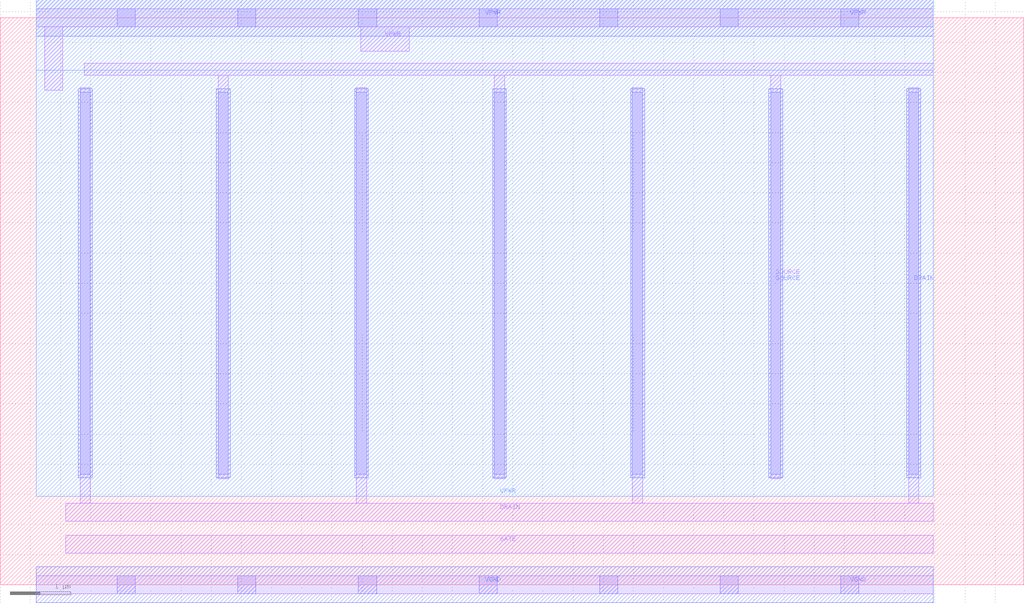
<source format=lef>
VERSION 5.7 ;
  NOWIREEXTENSIONATPIN ON ;
  DIVIDERCHAR "/" ;
  BUSBITCHARS "[]" ;
MACRO sky130_asc_pfet_01v8_lvt_6
  CLASS CORE ;
  FOREIGN sky130_asc_pfet_01v8_lvt_6 ;
  ORIGIN 0.000 0.000 ;
  SIZE 16.975 BY 9.400 ;
  SITE unitasc ;
  PIN GATE
    DIRECTION INOUT ;
    USE SIGNAL ;
    ANTENNAGATEAREA 77.400002 ;
    PORT
      LAYER li1 ;
        RECT 1.090 0.520 15.470 0.820 ;
    END
  END GATE
  PIN SOURCE
    DIRECTION INOUT ;
    USE SIGNAL ;
    ANTENNADIFFAREA 5.611500 ;
    PORT
      LAYER li1 ;
        RECT 1.390 8.450 15.470 8.650 ;
        RECT 3.615 1.755 3.785 8.450 ;
        RECT 8.195 1.755 8.365 8.450 ;
        RECT 12.775 1.755 12.945 8.450 ;
      LAYER mcon ;
        RECT 3.615 1.835 3.785 8.165 ;
        RECT 8.195 1.835 8.365 8.165 ;
        RECT 12.775 1.835 12.945 8.165 ;
      LAYER met1 ;
        RECT 3.585 1.775 3.815 8.225 ;
        RECT 8.165 1.775 8.395 8.225 ;
        RECT 12.745 1.775 12.975 8.225 ;
    END
  END SOURCE
  PIN DRAIN
    DIRECTION INOUT ;
    USE SIGNAL ;
    ANTENNADIFFAREA 7.482000 ;
    PORT
      LAYER li1 ;
        RECT 1.325 1.350 1.495 8.245 ;
        RECT 5.905 1.350 6.075 8.245 ;
        RECT 10.485 1.350 10.655 8.245 ;
        RECT 15.065 1.350 15.235 8.245 ;
        RECT 1.090 1.050 15.470 1.350 ;
      LAYER mcon ;
        RECT 1.325 1.835 1.495 8.165 ;
        RECT 5.905 1.835 6.075 8.165 ;
        RECT 10.485 1.835 10.655 8.165 ;
        RECT 15.065 1.835 15.235 8.165 ;
      LAYER met1 ;
        RECT 1.295 1.775 1.525 8.225 ;
        RECT 5.875 1.775 6.105 8.225 ;
        RECT 10.455 1.775 10.685 8.225 ;
        RECT 15.035 1.775 15.265 8.225 ;
    END
  END DRAIN
  PIN VPWR
    DIRECTION INOUT ;
    USE POWER ;
    PORT
      LAYER nwell ;
        RECT 0.600 8.535 15.470 9.700 ;
        RECT 0.600 1.470 15.475 8.535 ;
        RECT 1.085 1.465 15.475 1.470 ;
      LAYER li1 ;
        RECT 0.600 9.250 15.470 9.550 ;
        RECT 0.740 8.200 1.040 9.250 ;
        RECT 5.980 8.850 6.780 9.250 ;
      LAYER mcon ;
        RECT 1.940 9.250 2.240 9.550 ;
        RECT 3.940 9.250 4.240 9.550 ;
        RECT 5.940 9.250 6.240 9.550 ;
        RECT 7.940 9.250 8.240 9.550 ;
        RECT 9.940 9.250 10.240 9.550 ;
        RECT 11.940 9.250 12.240 9.550 ;
        RECT 13.940 9.250 14.240 9.550 ;
      LAYER met1 ;
        RECT 0.600 9.100 15.470 9.700 ;
    END
  END VPWR
  PIN VGND
    DIRECTION INOUT ;
    USE GROUND ;
    PORT
      LAYER li1 ;
        RECT 0.600 -0.150 15.470 0.150 ;
      LAYER mcon ;
        RECT 1.940 -0.150 2.240 0.150 ;
        RECT 3.940 -0.150 4.240 0.150 ;
        RECT 5.940 -0.150 6.240 0.150 ;
        RECT 7.940 -0.150 8.240 0.150 ;
        RECT 9.940 -0.150 10.240 0.150 ;
        RECT 11.940 -0.150 12.240 0.150 ;
        RECT 13.940 -0.150 14.240 0.150 ;
      LAYER met1 ;
        RECT 0.600 -0.300 15.470 0.300 ;
    END
  END VGND
END sky130_asc_pfet_01v8_lvt_6
END LIBRARY


</source>
